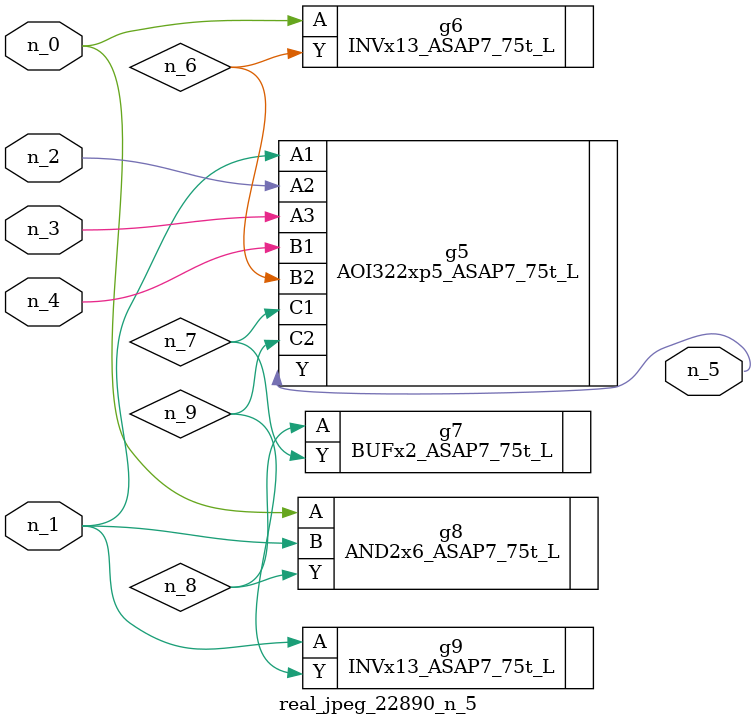
<source format=v>
module real_jpeg_22890_n_5 (n_4, n_0, n_1, n_2, n_3, n_5);

input n_4;
input n_0;
input n_1;
input n_2;
input n_3;

output n_5;

wire n_8;
wire n_6;
wire n_7;
wire n_9;

INVx13_ASAP7_75t_L g6 ( 
.A(n_0),
.Y(n_6)
);

AND2x6_ASAP7_75t_L g8 ( 
.A(n_0),
.B(n_1),
.Y(n_8)
);

AOI322xp5_ASAP7_75t_L g5 ( 
.A1(n_1),
.A2(n_2),
.A3(n_3),
.B1(n_4),
.B2(n_6),
.C1(n_7),
.C2(n_9),
.Y(n_5)
);

INVx13_ASAP7_75t_L g9 ( 
.A(n_1),
.Y(n_9)
);

BUFx2_ASAP7_75t_L g7 ( 
.A(n_8),
.Y(n_7)
);


endmodule
</source>
